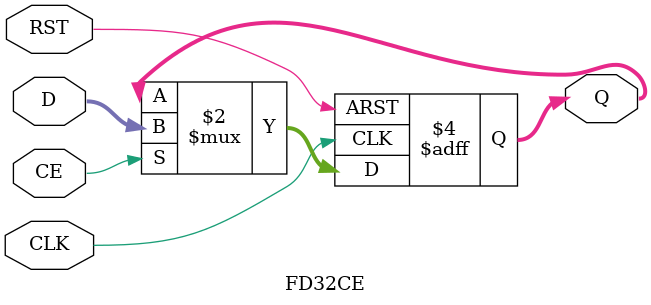
<source format=v>
`timescale 1ns / 1ps
module FD32CE(
D  , // Data Input
CLK    , // Clock Input
RST , // Reset input 
Q,
CE        // Q output
);
//-----------Input Ports---------------
input [31:0] D;
input CLK, RST,CE ; 

//-----------Output Ports---------------
output [31:0] Q;

//------------Internal Variables--------
reg [31:0] Q;

//-------------Code Starts Here---------
always @ ( posedge CLK or posedge RST)
begin		
		if (RST) 
		begin
		  Q <= 32'b0;
		end  
		else
		if(CE)
		begin
		begin
		  Q <= D;
		end
		end
end

endmodule //End Of Module dff_async_reset

</source>
